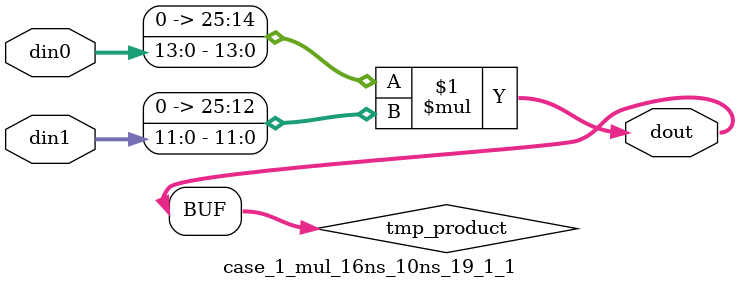
<source format=v>

`timescale 1 ns / 1 ps

 (* use_dsp = "no" *)  module case_1_mul_16ns_10ns_19_1_1(din0, din1, dout);
parameter ID = 1;
parameter NUM_STAGE = 0;
parameter din0_WIDTH = 14;
parameter din1_WIDTH = 12;
parameter dout_WIDTH = 26;

input [din0_WIDTH - 1 : 0] din0; 
input [din1_WIDTH - 1 : 0] din1; 
output [dout_WIDTH - 1 : 0] dout;

wire signed [dout_WIDTH - 1 : 0] tmp_product;
























assign tmp_product = $signed({1'b0, din0}) * $signed({1'b0, din1});











assign dout = tmp_product;





















endmodule

</source>
